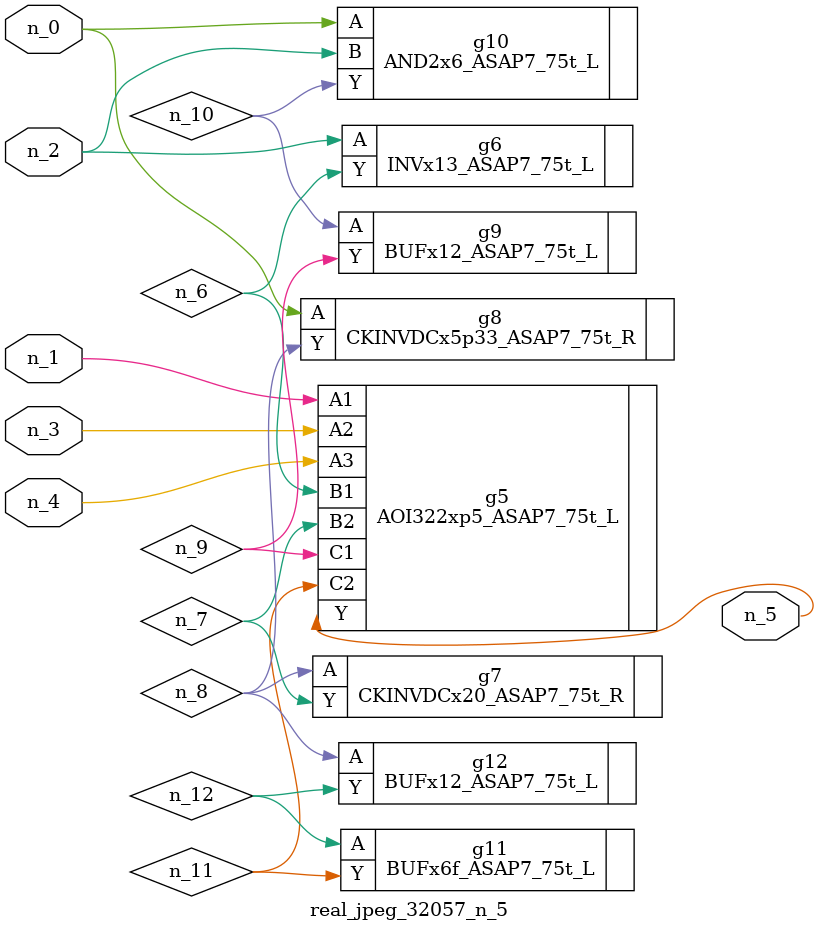
<source format=v>
module real_jpeg_32057_n_5 (n_4, n_0, n_1, n_2, n_3, n_5);

input n_4;
input n_0;
input n_1;
input n_2;
input n_3;

output n_5;

wire n_12;
wire n_8;
wire n_11;
wire n_6;
wire n_7;
wire n_10;
wire n_9;

CKINVDCx5p33_ASAP7_75t_R g8 ( 
.A(n_0),
.Y(n_8)
);

AND2x6_ASAP7_75t_L g10 ( 
.A(n_0),
.B(n_2),
.Y(n_10)
);

AOI322xp5_ASAP7_75t_L g5 ( 
.A1(n_1),
.A2(n_3),
.A3(n_4),
.B1(n_6),
.B2(n_7),
.C1(n_9),
.C2(n_11),
.Y(n_5)
);

INVx13_ASAP7_75t_L g6 ( 
.A(n_2),
.Y(n_6)
);

CKINVDCx20_ASAP7_75t_R g7 ( 
.A(n_8),
.Y(n_7)
);

BUFx12_ASAP7_75t_L g12 ( 
.A(n_8),
.Y(n_12)
);

BUFx12_ASAP7_75t_L g9 ( 
.A(n_10),
.Y(n_9)
);

BUFx6f_ASAP7_75t_L g11 ( 
.A(n_12),
.Y(n_11)
);


endmodule
</source>
